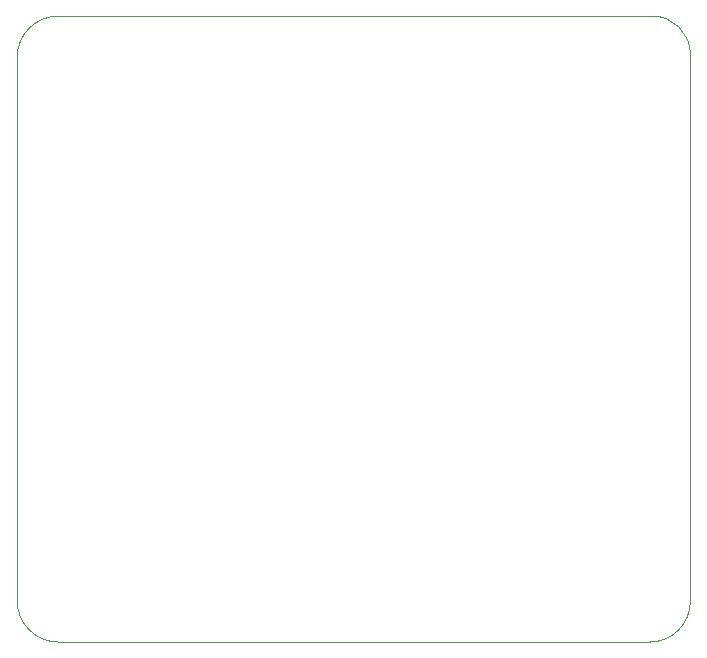
<source format=gbr>
%TF.GenerationSoftware,KiCad,Pcbnew,(6.0.1-0)*%
%TF.CreationDate,2022-08-02T20:22:24+01:00*%
%TF.ProjectId,Mainboard,4d61696e-626f-4617-9264-2e6b69636164,rev?*%
%TF.SameCoordinates,Original*%
%TF.FileFunction,Profile,NP*%
%FSLAX46Y46*%
G04 Gerber Fmt 4.6, Leading zero omitted, Abs format (unit mm)*
G04 Created by KiCad (PCBNEW (6.0.1-0)) date 2022-08-02 20:22:24*
%MOMM*%
%LPD*%
G01*
G04 APERTURE LIST*
%TA.AperFunction,Profile*%
%ADD10C,0.050000*%
%TD*%
G04 APERTURE END LIST*
D10*
X118159524Y-72998417D02*
X118159524Y-118980000D01*
X118159525Y-118980000D02*
G75*
G03*
X121650000Y-122474086I3494566J478D01*
G01*
X175159524Y-72700000D02*
G75*
G03*
X171926045Y-69474086I-3229384J-3469D01*
G01*
X175159524Y-119040000D02*
X175159524Y-72700000D01*
X171714009Y-122474086D02*
G75*
G03*
X175159524Y-119040000I-1168J3446706D01*
G01*
X171926045Y-69474086D02*
X121665488Y-69474086D01*
X121650000Y-122474086D02*
X171714009Y-122474086D01*
X121665488Y-69474085D02*
G75*
G03*
X118159524Y-72998417I-6117J-3499927D01*
G01*
M02*

</source>
